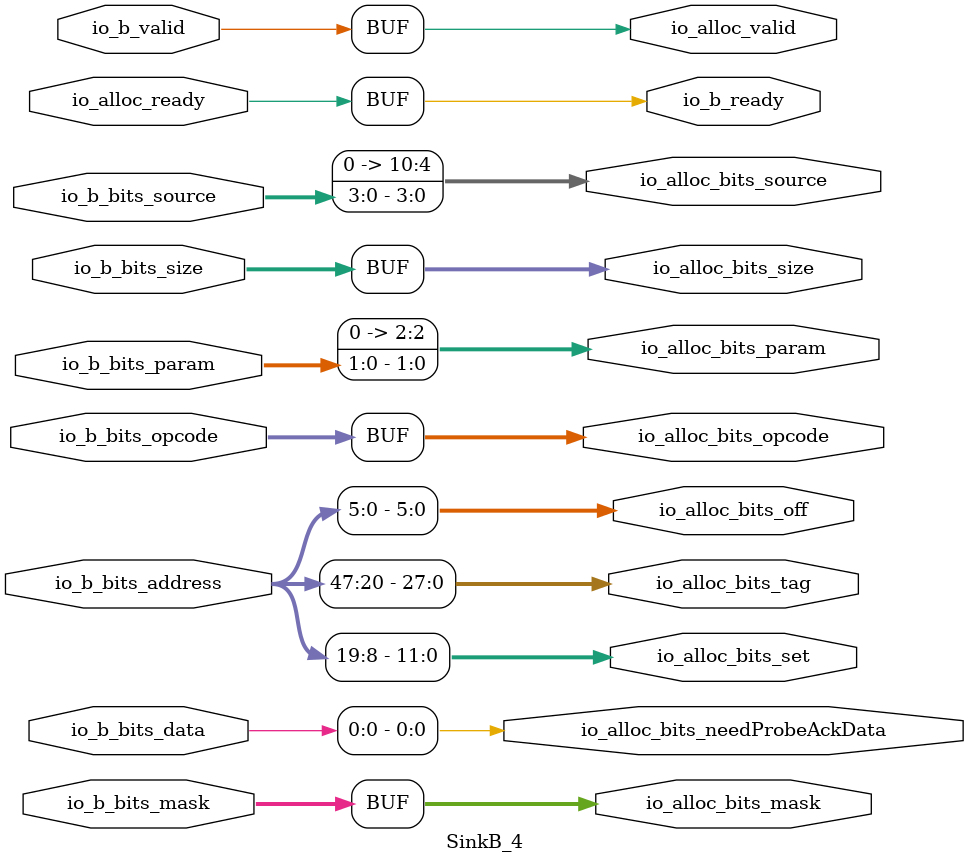
<source format=sv>
`ifndef RANDOMIZE
  `ifdef RANDOMIZE_MEM_INIT
    `define RANDOMIZE
  `endif // RANDOMIZE_MEM_INIT
`endif // not def RANDOMIZE
`ifndef RANDOMIZE
  `ifdef RANDOMIZE_REG_INIT
    `define RANDOMIZE
  `endif // RANDOMIZE_REG_INIT
`endif // not def RANDOMIZE

`ifndef RANDOM
  `define RANDOM $random
`endif // not def RANDOM

// Users can define INIT_RANDOM as general code that gets injected into the
// initializer block for modules with registers.
`ifndef INIT_RANDOM
  `define INIT_RANDOM
`endif // not def INIT_RANDOM

// If using random initialization, you can also define RANDOMIZE_DELAY to
// customize the delay used, otherwise 0.002 is used.
`ifndef RANDOMIZE_DELAY
  `define RANDOMIZE_DELAY 0.002
`endif // not def RANDOMIZE_DELAY

// Define INIT_RANDOM_PROLOG_ for use in our modules below.
`ifndef INIT_RANDOM_PROLOG_
  `ifdef RANDOMIZE
    `ifdef VERILATOR
      `define INIT_RANDOM_PROLOG_ `INIT_RANDOM
    `else  // VERILATOR
      `define INIT_RANDOM_PROLOG_ `INIT_RANDOM #`RANDOMIZE_DELAY begin end
    `endif // VERILATOR
  `else  // RANDOMIZE
    `define INIT_RANDOM_PROLOG_
  `endif // RANDOMIZE
`endif // not def INIT_RANDOM_PROLOG_

// Include register initializers in init blocks unless synthesis is set
`ifndef SYNTHESIS
  `ifndef ENABLE_INITIAL_REG_
    `define ENABLE_INITIAL_REG_
  `endif // not def ENABLE_INITIAL_REG_
`endif // not def SYNTHESIS

// Include rmemory initializers in init blocks unless synthesis is set
`ifndef SYNTHESIS
  `ifndef ENABLE_INITIAL_MEM_
    `define ENABLE_INITIAL_MEM_
  `endif // not def ENABLE_INITIAL_MEM_
`endif // not def SYNTHESIS

module SinkB_4(
  output         io_b_ready,
  input          io_b_valid,
  input  [2:0]   io_b_bits_opcode,
  input  [1:0]   io_b_bits_param,
  input  [2:0]   io_b_bits_size,
  input  [3:0]   io_b_bits_source,
  input  [47:0]  io_b_bits_address,
  input  [31:0]  io_b_bits_mask,
  input  [255:0] io_b_bits_data,
  input          io_alloc_ready,
  output         io_alloc_valid,
  output [2:0]   io_alloc_bits_opcode,
  output [2:0]   io_alloc_bits_param,
  output [2:0]   io_alloc_bits_size,
  output [10:0]  io_alloc_bits_source,
  output [11:0]  io_alloc_bits_set,
  output [27:0]  io_alloc_bits_tag,
  output [5:0]   io_alloc_bits_off,
  output [31:0]  io_alloc_bits_mask,
  output         io_alloc_bits_needProbeAckData
);

  assign io_b_ready = io_alloc_ready;
  assign io_alloc_valid = io_b_valid;
  assign io_alloc_bits_opcode = io_b_bits_opcode;
  assign io_alloc_bits_param = {1'h0, io_b_bits_param};
  assign io_alloc_bits_size = io_b_bits_size;
  assign io_alloc_bits_source = {7'h0, io_b_bits_source};
  assign io_alloc_bits_set = io_b_bits_address[19:8];
  assign io_alloc_bits_tag = io_b_bits_address[47:20];
  assign io_alloc_bits_off = io_b_bits_address[5:0];
  assign io_alloc_bits_mask = io_b_bits_mask;
  assign io_alloc_bits_needProbeAckData = io_b_bits_data[0];
endmodule


</source>
